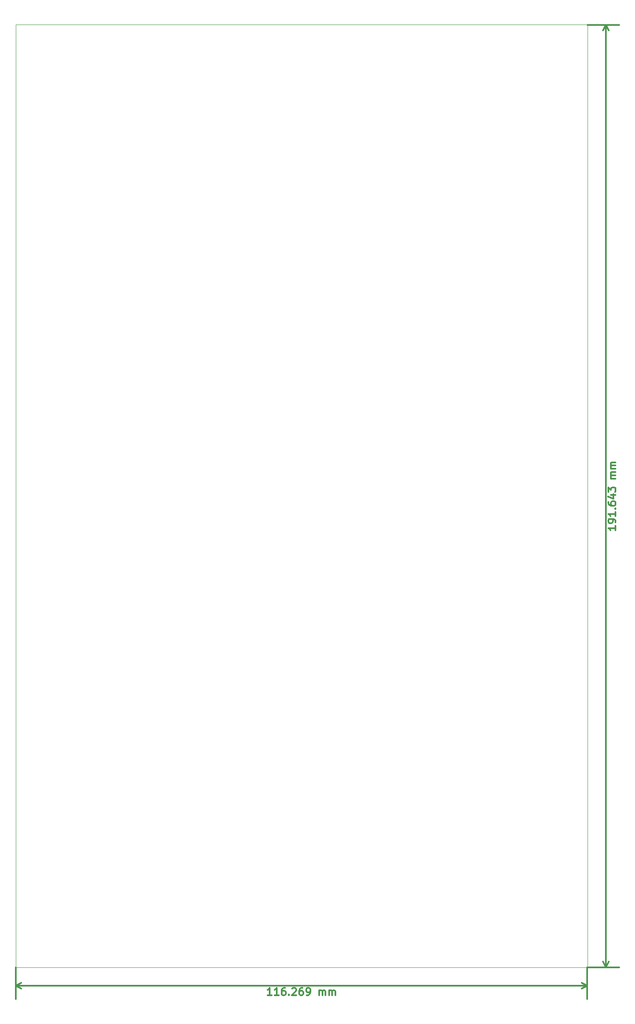
<source format=gbr>
G04 (created by PCBNEW (2013-07-07 BZR 4022)-stable) date 2/5/2016 12:24:55 PM*
%MOIN*%
G04 Gerber Fmt 3.4, Leading zero omitted, Abs format*
%FSLAX34Y34*%
G01*
G70*
G90*
G04 APERTURE LIST*
%ADD10C,0.00590551*%
%ADD11C,0.011811*%
%ADD12C,0.00393701*%
G04 APERTURE END LIST*
G54D10*
G54D11*
X31897Y-89070D02*
X31559Y-89070D01*
X31728Y-89070D02*
X31728Y-88479D01*
X31672Y-88564D01*
X31615Y-88620D01*
X31559Y-88648D01*
X32459Y-89070D02*
X32122Y-89070D01*
X32290Y-89070D02*
X32290Y-88479D01*
X32234Y-88564D01*
X32178Y-88620D01*
X32122Y-88648D01*
X32965Y-88479D02*
X32853Y-88479D01*
X32797Y-88508D01*
X32768Y-88536D01*
X32712Y-88620D01*
X32684Y-88733D01*
X32684Y-88958D01*
X32712Y-89014D01*
X32740Y-89042D01*
X32797Y-89070D01*
X32909Y-89070D01*
X32965Y-89042D01*
X32993Y-89014D01*
X33022Y-88958D01*
X33022Y-88817D01*
X32993Y-88761D01*
X32965Y-88733D01*
X32909Y-88704D01*
X32797Y-88704D01*
X32740Y-88733D01*
X32712Y-88761D01*
X32684Y-88817D01*
X33275Y-89014D02*
X33303Y-89042D01*
X33275Y-89070D01*
X33247Y-89042D01*
X33275Y-89014D01*
X33275Y-89070D01*
X33528Y-88536D02*
X33556Y-88508D01*
X33612Y-88479D01*
X33753Y-88479D01*
X33809Y-88508D01*
X33837Y-88536D01*
X33865Y-88592D01*
X33865Y-88648D01*
X33837Y-88733D01*
X33500Y-89070D01*
X33865Y-89070D01*
X34371Y-88479D02*
X34259Y-88479D01*
X34203Y-88508D01*
X34175Y-88536D01*
X34118Y-88620D01*
X34090Y-88733D01*
X34090Y-88958D01*
X34118Y-89014D01*
X34146Y-89042D01*
X34203Y-89070D01*
X34315Y-89070D01*
X34371Y-89042D01*
X34399Y-89014D01*
X34428Y-88958D01*
X34428Y-88817D01*
X34399Y-88761D01*
X34371Y-88733D01*
X34315Y-88704D01*
X34203Y-88704D01*
X34146Y-88733D01*
X34118Y-88761D01*
X34090Y-88817D01*
X34709Y-89070D02*
X34821Y-89070D01*
X34878Y-89042D01*
X34906Y-89014D01*
X34962Y-88929D01*
X34990Y-88817D01*
X34990Y-88592D01*
X34962Y-88536D01*
X34934Y-88508D01*
X34878Y-88479D01*
X34765Y-88479D01*
X34709Y-88508D01*
X34681Y-88536D01*
X34653Y-88592D01*
X34653Y-88733D01*
X34681Y-88789D01*
X34709Y-88817D01*
X34765Y-88845D01*
X34878Y-88845D01*
X34934Y-88817D01*
X34962Y-88789D01*
X34990Y-88733D01*
X35693Y-89070D02*
X35693Y-88676D01*
X35693Y-88733D02*
X35721Y-88704D01*
X35777Y-88676D01*
X35862Y-88676D01*
X35918Y-88704D01*
X35946Y-88761D01*
X35946Y-89070D01*
X35946Y-88761D02*
X35974Y-88704D01*
X36031Y-88676D01*
X36115Y-88676D01*
X36171Y-88704D01*
X36199Y-88761D01*
X36199Y-89070D01*
X36480Y-89070D02*
X36480Y-88676D01*
X36480Y-88733D02*
X36509Y-88704D01*
X36565Y-88676D01*
X36649Y-88676D01*
X36705Y-88704D01*
X36734Y-88761D01*
X36734Y-89070D01*
X36734Y-88761D02*
X36762Y-88704D01*
X36818Y-88676D01*
X36902Y-88676D01*
X36959Y-88704D01*
X36987Y-88761D01*
X36987Y-89070D01*
X11400Y-88299D02*
X57175Y-88299D01*
X11400Y-86825D02*
X11400Y-89362D01*
X57175Y-86825D02*
X57175Y-89362D01*
X57175Y-88299D02*
X56731Y-88530D01*
X57175Y-88299D02*
X56731Y-88069D01*
X11400Y-88299D02*
X11843Y-88530D01*
X11400Y-88299D02*
X11843Y-88069D01*
X59445Y-51490D02*
X59445Y-51827D01*
X59445Y-51659D02*
X58854Y-51659D01*
X58939Y-51715D01*
X58995Y-51771D01*
X59023Y-51827D01*
X59445Y-51209D02*
X59445Y-51096D01*
X59417Y-51040D01*
X59389Y-51012D01*
X59304Y-50956D01*
X59192Y-50927D01*
X58967Y-50927D01*
X58911Y-50956D01*
X58883Y-50984D01*
X58854Y-51040D01*
X58854Y-51152D01*
X58883Y-51209D01*
X58911Y-51237D01*
X58967Y-51265D01*
X59108Y-51265D01*
X59164Y-51237D01*
X59192Y-51209D01*
X59220Y-51152D01*
X59220Y-51040D01*
X59192Y-50984D01*
X59164Y-50956D01*
X59108Y-50927D01*
X59445Y-50365D02*
X59445Y-50702D01*
X59445Y-50534D02*
X58854Y-50534D01*
X58939Y-50590D01*
X58995Y-50646D01*
X59023Y-50702D01*
X59389Y-50112D02*
X59417Y-50084D01*
X59445Y-50112D01*
X59417Y-50140D01*
X59389Y-50112D01*
X59445Y-50112D01*
X58854Y-49578D02*
X58854Y-49690D01*
X58883Y-49746D01*
X58911Y-49774D01*
X58995Y-49831D01*
X59108Y-49859D01*
X59333Y-49859D01*
X59389Y-49831D01*
X59417Y-49803D01*
X59445Y-49746D01*
X59445Y-49634D01*
X59417Y-49578D01*
X59389Y-49549D01*
X59333Y-49521D01*
X59192Y-49521D01*
X59136Y-49549D01*
X59108Y-49578D01*
X59079Y-49634D01*
X59079Y-49746D01*
X59108Y-49803D01*
X59136Y-49831D01*
X59192Y-49859D01*
X59051Y-49015D02*
X59445Y-49015D01*
X58826Y-49156D02*
X59248Y-49296D01*
X59248Y-48931D01*
X58854Y-48762D02*
X58854Y-48396D01*
X59079Y-48593D01*
X59079Y-48509D01*
X59108Y-48453D01*
X59136Y-48425D01*
X59192Y-48396D01*
X59333Y-48396D01*
X59389Y-48425D01*
X59417Y-48453D01*
X59445Y-48509D01*
X59445Y-48678D01*
X59417Y-48734D01*
X59389Y-48762D01*
X59445Y-47693D02*
X59051Y-47693D01*
X59108Y-47693D02*
X59079Y-47665D01*
X59051Y-47609D01*
X59051Y-47525D01*
X59079Y-47468D01*
X59136Y-47440D01*
X59445Y-47440D01*
X59136Y-47440D02*
X59079Y-47412D01*
X59051Y-47356D01*
X59051Y-47272D01*
X59079Y-47215D01*
X59136Y-47187D01*
X59445Y-47187D01*
X59445Y-46906D02*
X59051Y-46906D01*
X59108Y-46906D02*
X59079Y-46878D01*
X59051Y-46822D01*
X59051Y-46737D01*
X59079Y-46681D01*
X59136Y-46653D01*
X59445Y-46653D01*
X59136Y-46653D02*
X59079Y-46625D01*
X59051Y-46569D01*
X59051Y-46484D01*
X59079Y-46428D01*
X59136Y-46400D01*
X59445Y-46400D01*
X58675Y-86825D02*
X58675Y-11375D01*
X57200Y-86825D02*
X59737Y-86825D01*
X57200Y-11375D02*
X59737Y-11375D01*
X58675Y-11375D02*
X58905Y-11818D01*
X58675Y-11375D02*
X58444Y-11818D01*
X58675Y-86825D02*
X58905Y-86381D01*
X58675Y-86825D02*
X58444Y-86381D01*
G54D12*
X11400Y-86825D02*
X11400Y-11350D01*
X57200Y-86825D02*
X11400Y-86825D01*
X57200Y-11350D02*
X57200Y-86825D01*
X57200Y-11350D02*
X52600Y-11350D01*
X11400Y-11350D02*
X52600Y-11350D01*
X11400Y-81100D02*
X11400Y-11350D01*
M02*

</source>
